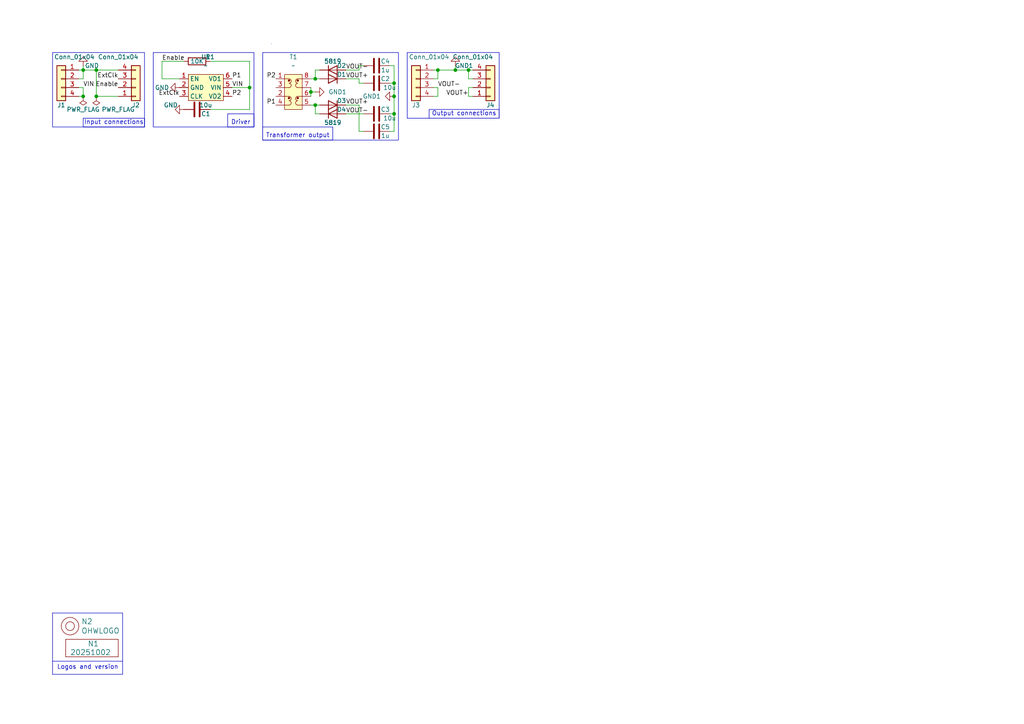
<source format=kicad_sch>
(kicad_sch (version 20250114) (generator "eeschema") (generator_version "9.0")
  (paper "A4")
  (lib_symbols
    (symbol "Connector_Generic:Conn_01x04" (pin_names (offset 1.016) (hide yes))
      (property "Reference" "J" (at 0 5.08 0))
      (property "Value" "Conn_01x04" (at 0 -7.62 0))
      (symbol "Conn_01x04_1_1"
        (rectangle (start -1.27 3.81) (end 1.27 -6.35) (stroke (width 0.254)) (fill (type background)))
        (rectangle (start -1.27 2.667) (end 0 2.413) (stroke (width 0.1524)))
        (rectangle (start -1.27 0.127) (end 0 -0.127) (stroke (width 0.1524)))
        (rectangle (start -1.27 -2.413) (end 0 -2.667) (stroke (width 0.1524)))
        (rectangle (start -1.27 -4.953) (end 0 -5.207) (stroke (width 0.1524)))
        (pin passive line (at -5.08 2.54 0) (length 3.81) (name "Pin_1") (number "1"))
        (pin passive line (at -5.08 0 0) (length 3.81) (name "Pin_2") (number "2"))
        (pin passive line (at -5.08 -2.54 0) (length 3.81) (name "Pin_3") (number "3"))
        (pin passive line (at -5.08 -5.08 0) (length 3.81) (name "Pin_4") (number "4"))
      )
    )
    (symbol "Device:C" (pin_numbers (hide yes)) (pin_names (offset 0.254))
      (property "Reference" "C" (at 0.635 2.54 0))
      (property "Value" "C" (at 0.635 -2.54 0))
      (symbol "C_0_1"
        (polyline (pts (xy -2.032 0.762) (xy 2.032 0.762)) (stroke (width 0.508)))
        (polyline (pts (xy -2.032 -0.762) (xy 2.032 -0.762)) (stroke (width 0.508)))
      )
      (symbol "C_1_1"
        (pin passive line (at 0 3.81 270) (length 2.794) (name "~") (number "1"))
        (pin passive line (at 0 -3.81 90) (length 2.794) (name "~") (number "2"))
      )
    )
    (symbol "Device:D" (pin_numbers (hide yes)) (pin_names (offset 1.016) (hide yes))
      (property "Reference" "D" (at 0 2.54 0))
      (property "Value" "D" (at 0 -2.54 0))
      (symbol "D_0_1"
        (polyline (pts (xy -1.27 1.27) (xy -1.27 -1.27)) (stroke (width 0.254)))
        (polyline (pts (xy 1.27 1.27) (xy 1.27 -1.27) (xy -1.27 0) (xy 1.27 1.27)) (stroke (width 0.254)))
        (polyline (pts (xy 1.27 0) (xy -1.27 0)))
      )
      (symbol "D_1_1"
        (pin passive line (at -3.81 0 0) (length 2.54) (name "K") (number "1"))
        (pin passive line (at 3.81 0 180) (length 2.54) (name "A") (number "2"))
      )
    )
    (symbol "Device:R" (pin_numbers (hide yes)) (pin_names (offset 0))
      (property "Reference" "R" (at 2.032 0 90))
      (property "Value" "R" (at 0 0 90))
      (symbol "R_0_1"
        (rectangle (start -1.016 -2.54) (end 1.016 2.54) (stroke (width 0.254)))
      )
      (symbol "R_1_1"
        (pin passive line (at 0 3.81 270) (length 1.27) (name "~") (number "1"))
        (pin passive line (at 0 -3.81 90) (length 1.27) (name "~") (number "2"))
      )
    )
    (symbol "SquantorLabels:OHWLOGO" (pin_names (offset 1.016))
      (property "Reference" "N" (at 0 3.81 0))
      (property "Value" "OHWLOGO" (at 0 -3.81 0))
      (symbol "OHWLOGO_0_1"
        (circle (center 0 0) (radius 1.27))
        (circle (center 0 0) (radius 2.54))
      )
    )
    (symbol "SquantorLabels:VYYYYMMDD" (pin_names (offset 1.016))
      (property "Reference" "N" (at 0 2.54 0))
      (property "Value" "VYYYYMMDD" (at 0 0 0))
      (symbol "VYYYYMMDD_0_1"
        (rectangle (start 7.62 -1.27) (end -7.62 3.81))
      )
    )
    (symbol "SquantorTransformer:PushPull_8pin" (pin_names (hide yes))
      (property "Reference" "T" (at 0 5.08 0))
      (symbol "PushPull_8pin_0_1"
        (polyline (pts (xy -2.54 -5.08) (xy -1.27 -5.08)))
        (polyline (pts (xy 2.54 -5.08) (xy 1.27 -5.08)))
      )
      (symbol "PushPull_8pin_1_1"
        (rectangle (start -2.54 3.81) (end 2.54 -6.35) (fill (type background)))
        (polyline (pts (xy -2.54 2.54) (xy -1.27 2.54)))
        (polyline (pts (xy -2.54 0) (xy -1.27 0)))
        (polyline (pts (xy -2.54 -2.54) (xy -1.27 -2.54)))
        (circle (center -1.27 2.032) (radius 0.254) (fill (type outline)))
        (arc (start -1.27 2.54) (mid -0.635 1.905) (end -1.27 1.27))
        (arc (start -1.27 1.27) (mid -0.635 0.635) (end -1.27 0))
        (circle (center -1.27 -3.048) (radius 0.254) (fill (type outline)))
        (arc (start -1.27 -2.54) (mid -0.635 -3.175) (end -1.27 -3.81))
        (arc (start -1.27 -3.81) (mid -0.635 -4.445) (end -1.27 -5.08))
        (circle (center 1.27 2.032) (radius 0.254) (fill (type outline)))
        (arc (start 1.27 1.27) (mid 0.635 1.905) (end 1.27 2.54))
        (arc (start 1.27 0) (mid 0.635 0.635) (end 1.27 1.27))
        (circle (center 1.27 -3.048) (radius 0.254) (fill (type outline)))
        (arc (start 1.27 -3.81) (mid 0.635 -3.175) (end 1.27 -2.54))
        (arc (start 1.27 -5.08) (mid 0.635 -4.445) (end 1.27 -3.81))
        (polyline (pts (xy 2.54 2.54) (xy 1.27 2.54)))
        (polyline (pts (xy 2.54 0) (xy 1.27 0)))
        (polyline (pts (xy 2.54 -2.54) (xy 1.27 -2.54)))
        (pin passive line (at -5.08 2.54 0) (length 2.54) (name "N1_1") (number "1"))
        (pin passive line (at -5.08 0 0) (length 2.54) (name "N1_2") (number "3"))
        (pin passive line (at -5.08 -2.54 0) (length 2.54) (name "N2_1") (number "2"))
        (pin passive line (at -5.08 -5.08 0) (length 2.54) (name "N2_2") (number "4"))
        (pin passive line (at 5.08 2.54 180) (length 2.54) (name "N4_!") (number "8"))
        (pin passive line (at 5.08 0 180) (length 2.54) (name "N4_2") (number "7"))
        (pin passive line (at 5.08 -2.54 180) (length 2.54) (name "N3_1") (number "6"))
        (pin passive line (at 5.08 -5.08 180) (length 2.54) (name "N3_2") (number "5"))
      )
    )
    (symbol "SquantorVPSC:VPS8701"
      (property "Reference" "U" (at 0 5.08 0))
      (symbol "VPS8701_1_1"
        (rectangle (start -5.08 3.81) (end 5.08 -3.81) (fill (type background)))
        (pin input line (at -7.62 2.54 0) (length 2.54) (name "EN") (number "1"))
        (pin power_in line (at -7.62 0 0) (length 2.54) (name "GND") (number "2"))
        (pin input line (at -7.62 -2.54 0) (length 2.54) (name "CLK") (number "3"))
        (pin output line (at 7.62 2.54 180) (length 2.54) (name "VD1") (number "6"))
        (pin power_in line (at 7.62 0 180) (length 2.54) (name "VIN") (number "5"))
        (pin output line (at 7.62 -2.54 180) (length 2.54) (name "VD2") (number "4"))
      )
    )
    (symbol "power:GND" (power) (pin_numbers (hide yes)) (pin_names (offset 0) (hide yes))
      (property "Value" "GND" (at 0 -3.81 0))
      (symbol "GND_0_1"
        (polyline (pts (xy 0 0) (xy 0 -1.27) (xy 1.27 -1.27) (xy 0 -2.54) (xy -1.27 -1.27) (xy 0 -1.27)))
      )
      (symbol "GND_1_1"
        (pin power_in line (at 0 0 270) (length 0) (name "~") (number "1"))
      )
    )
    (symbol "power:GND1" (power) (pin_numbers (hide yes)) (pin_names (offset 0) (hide yes))
      (property "Value" "GND1" (at 0 -3.81 0))
      (symbol "GND1_0_1"
        (polyline (pts (xy 0 0) (xy 0 -1.27) (xy 1.27 -1.27) (xy 0 -2.54) (xy -1.27 -1.27) (xy 0 -1.27)))
      )
      (symbol "GND1_1_1"
        (pin power_in line (at 0 0 270) (length 0) (name "~") (number "1"))
      )
    )
    (symbol "power:PWR_FLAG" (power) (pin_numbers (hide yes)) (pin_names (offset 0) (hide yes))
      (property "Value" "PWR_FLAG" (at 0 3.81 0))
      (symbol "PWR_FLAG_0_0"
        (pin power_out line (at 0 0 90) (length 0) (name "~") (number "1"))
      )
      (symbol "PWR_FLAG_0_1"
        (polyline (pts (xy 0 0) (xy 0 1.27) (xy -1.016 1.905) (xy 0 2.54) (xy 1.016 1.905) (xy 0 1.27)))
      )
    )
  )
  (rectangle (start 44.45 15.24) (end 73.66 36.83))
  (rectangle (start 24.13 34.29) (end 41.91 36.83))
  (rectangle (start 76.2 36.83) (end 96.52 40.64))
  (rectangle (start 66.04 33.02) (end 73.66 36.83))
  (rectangle (start 76.2 15.24) (end 115.57 40.64))
  (rectangle (start 124.46 31.75) (end 144.78 34.29))
  (rectangle (start 15.24 15.24) (end 41.91 36.83))
  (rectangle (start 78.74 12.7) (end 78.74 12.7))
  (rectangle (start 118.11 15.24) (end 144.78 34.29))
  (text "Output connections" (at 134.62 33.02 0) (effects (font (size 1.27 1.27))))
  (text "Driver" (at 69.85 35.56 0) (effects (font (size 1.27 1.27))))
  (text "Logos and version" (at 16.51 194.31 0) (effects (font (size 1.27 1.27)) (justify left bottom)))
  (text "Transformer output" (at 86.36 39.37 0) (effects (font (size 1.27 1.27))))
  (text "Input connections" (at 33.02 35.56 0) (effects (font (size 1.27 1.27))))
  (junction (at 27.94 20.32))
  (junction (at 90.17 26.67))
  (junction (at 27.94 27.94))
  (junction (at 24.13 27.94))
  (junction (at 72.39 25.4))
  (junction (at 114.3 24.13))
  (junction (at 135.89 20.32))
  (junction (at 114.3 33.02))
  (junction (at 127 20.32))
  (junction (at 91.44 22.86))
  (junction (at 132.08 20.32))
  (junction (at 91.44 30.48))
  (junction (at 114.3 27.94))
  (junction (at 24.13 20.32))
  (wire (pts (xy 104.14 24.13) (xy 105.41 24.13)))
  (wire (pts (xy 90.17 26.67) (xy 90.17 27.94)))
  (wire (pts (xy 104.14 19.05) (xy 104.14 20.32)))
  (wire (pts (xy 137.16 25.4) (xy 135.89 25.4)))
  (wire (pts (xy 113.03 38.1) (xy 114.3 38.1)))
  (wire (pts (xy 100.33 22.86) (xy 104.14 22.86)))
  (polyline (pts (xy 15.24 177.8) (xy 15.24 195.58)))
  (polyline (pts (xy 35.56 177.8) (xy 15.24 177.8)))
  (wire (pts (xy 135.89 27.94) (xy 137.16 27.94)))
  (wire (pts (xy 127 25.4) (xy 127 27.94)))
  (wire (pts (xy 135.89 22.86) (xy 135.89 20.32)))
  (wire (pts (xy 90.17 25.4) (xy 90.17 26.67)))
  (wire (pts (xy 60.96 31.75) (xy 72.39 31.75)))
  (wire (pts (xy 72.39 25.4) (xy 72.39 17.78)))
  (wire (pts (xy 90.17 22.86) (xy 91.44 22.86)))
  (wire (pts (xy 72.39 31.75) (xy 72.39 25.4)))
  (wire (pts (xy 114.3 24.13) (xy 114.3 27.94)))
  (wire (pts (xy 27.94 27.94) (xy 34.29 27.94)))
  (wire (pts (xy 105.41 19.05) (xy 104.14 19.05)))
  (wire (pts (xy 46.99 17.78) (xy 53.34 17.78)))
  (wire (pts (xy 104.14 38.1) (xy 105.41 38.1)))
  (wire (pts (xy 46.99 22.86) (xy 52.07 22.86)))
  (wire (pts (xy 24.13 20.32) (xy 24.13 22.86)))
  (wire (pts (xy 113.03 19.05) (xy 114.3 19.05)))
  (wire (pts (xy 91.44 22.86) (xy 91.44 20.32)))
  (wire (pts (xy 91.44 22.86) (xy 92.71 22.86)))
  (wire (pts (xy 72.39 17.78) (xy 60.96 17.78)))
  (wire (pts (xy 100.33 33.02) (xy 105.41 33.02)))
  (wire (pts (xy 125.73 20.32) (xy 127 20.32)))
  (wire (pts (xy 91.44 30.48) (xy 92.71 30.48)))
  (wire (pts (xy 27.94 20.32) (xy 27.94 27.94)))
  (wire (pts (xy 67.31 25.4) (xy 72.39 25.4)))
  (wire (pts (xy 22.86 20.32) (xy 24.13 20.32)))
  (wire (pts (xy 132.08 20.32) (xy 135.89 20.32)))
  (wire (pts (xy 113.03 24.13) (xy 114.3 24.13)))
  (wire (pts (xy 92.71 33.02) (xy 91.44 33.02)))
  (wire (pts (xy 137.16 22.86) (xy 135.89 22.86)))
  (wire (pts (xy 135.89 20.32) (xy 137.16 20.32)))
  (wire (pts (xy 114.3 27.94) (xy 114.3 33.02)))
  (wire (pts (xy 22.86 22.86) (xy 24.13 22.86)))
  (wire (pts (xy 113.03 33.02) (xy 114.3 33.02)))
  (wire (pts (xy 24.13 27.94) (xy 24.13 25.4)))
  (wire (pts (xy 24.13 19.05) (xy 24.13 20.32)))
  (wire (pts (xy 91.44 30.48) (xy 91.44 33.02)))
  (wire (pts (xy 24.13 20.32) (xy 27.94 20.32)))
  (wire (pts (xy 22.86 27.94) (xy 24.13 27.94)))
  (polyline (pts (xy 35.56 195.58) (xy 35.56 177.8)))
  (polyline (pts (xy 15.24 195.58) (xy 35.56 195.58)))
  (wire (pts (xy 100.33 20.32) (xy 104.14 20.32)))
  (wire (pts (xy 114.3 19.05) (xy 114.3 24.13)))
  (wire (pts (xy 46.99 17.78) (xy 46.99 22.86)))
  (wire (pts (xy 135.89 25.4) (xy 135.89 27.94)))
  (wire (pts (xy 90.17 26.67) (xy 91.44 26.67)))
  (wire (pts (xy 132.08 20.32) (xy 132.08 19.05)))
  (wire (pts (xy 125.73 27.94) (xy 127 27.94)))
  (wire (pts (xy 100.33 30.48) (xy 104.14 30.48)))
  (wire (pts (xy 104.14 30.48) (xy 104.14 38.1)))
  (wire (pts (xy 104.14 22.86) (xy 104.14 24.13)))
  (wire (pts (xy 125.73 25.4) (xy 127 25.4)))
  (wire (pts (xy 22.86 25.4) (xy 24.13 25.4)))
  (wire (pts (xy 127 20.32) (xy 132.08 20.32)))
  (wire (pts (xy 114.3 38.1) (xy 114.3 33.02)))
  (wire (pts (xy 90.17 30.48) (xy 91.44 30.48)))
  (polyline (pts (xy 15.24 191.77) (xy 35.56 191.77)))
  (wire (pts (xy 125.73 22.86) (xy 127 22.86)))
  (wire (pts (xy 91.44 20.32) (xy 92.71 20.32)))
  (wire (pts (xy 34.29 20.32) (xy 27.94 20.32)))
  (wire (pts (xy 127 22.86) (xy 127 20.32)))
  (label "ExtClk" (at 34.29 22.86 180))
  (label "VIN" (at 24.13 25.4 0))
  (label "P2" (at 80.01 22.86 180))
  (label "VIN" (at 67.31 25.4 0))
  (label "ExtClk" (at 52.07 27.94 180))
  (label "P1" (at 67.31 22.86 0))
  (label "P1" (at 80.01 30.48 180))
  (label "VOUT+" (at 135.89 27.94 180))
  (label "Enable" (at 46.99 17.78 0))
  (label "P2" (at 67.31 27.94 0))
  (label "VOUT-" (at 100.33 33.02 0))
  (label "VOUT+" (at 100.33 30.48 0))
  (label "VOUT+" (at 100.33 22.86 0))
  (label "VOUT-" (at 127 25.4 0))
  (label "Enable" (at 34.29 25.4 180))
  (label "VOUT-" (at 100.33 20.32 0))
  (symbol (lib_id "SquantorLabels:VYYYYMMDD") (at 26.67 189.23 0) (unit 1)
    (property "Reference" "N1" (at 25.4 186.69 0) (effects (font (size 1.524 1.524)) (justify left)))
    (property "Value" "20251002" (at 20.32 189.23 0) (effects (font (size 1.524 1.524)) (justify left)))
    (property "Footprint" "SquantorLabels:Label_Generic" (effects (hide yes)))
  )
  (symbol (lib_id "SquantorLabels:OHWLOGO") (at 20.32 181.61 0) (unit 1)
    (property "Reference" "N2" (at 23.5712 180.2638 0) (effects (font (size 1.524 1.524)) (justify left)))
    (property "Value" "OHWLOGO" (at 23.5712 182.9562 0) (effects (font (size 1.524 1.524)) (justify left)))
    (property "Footprint" "Symbol:OSHW-Symbol_6.7x6mm_SilkScreen" (effects (hide yes)))
  )
  (symbol (lib_id "power:GND") (at 52.07 25.4 270) (unit 1)
    (property "Reference" "#PWR03" (effects (hide yes)))
    (property "Value" "GND" (at 46.99 25.4 90))
    (property "Description" "Power symbol creates a global label with name \"GND\" , ground" (effects (hide yes)))
  )
  (symbol (lib_id "SquantorTransformer:PushPull_8pin") (at 85.09 25.4 0) (unit 1)
    (property "Reference" "T1" (at 85.09 16.51 0))
    (property "Value" "~" (at 85.09 19.05 0))
    (property "Footprint" "SquantorVPSC:T_2W_8pin_hand" (effects (hide yes)))
  )
  (symbol (lib_id "power:GND") (at 24.13 19.05 180) (unit 1)
    (property "Reference" "#PWR01" (effects (hide yes)))
    (property "Value" "GND" (at 26.67 19.05 0))
    (property "Description" "Power symbol creates a global label with name \"GND\" , ground" (effects (hide yes)))
  )
  (symbol (lib_id "Device:D") (at 96.52 22.86 180) (unit 1)
    (property "Reference" "D1" (at 99.06 21.59 0))
    (property "Value" "5819" (at 96.52 17.78 0))
    (property "Footprint" "SquantorDiodes:SOD-323HE-shikues" (effects (hide yes)))
    (property "Description" "Diode" (effects (hide yes)))
    (property "Sim.Device" "D" (effects (hide yes)))
    (property "Sim.Pins" "1=K 2=A" (effects (hide yes)))
  )
  (symbol (lib_id "Device:R") (at 57.15 17.78 90) (unit 1)
    (property "Reference" "R1" (at 60.96 16.51 90))
    (property "Value" "10K" (at 57.15 17.78 90))
    (property "Footprint" "SquantorResistor:R_0603_hand" (effects (hide yes)))
    (property "Description" "Resistor" (effects (hide yes)))
  )
  (symbol (lib_id "Connector_Generic:Conn_01x04") (at 142.24 25.4 0) (mirror x) (unit 1)
    (property "Reference" "J4" (at 142.24 30.48 0))
    (property "Value" "Conn_01x04" (at 137.16 16.51 0))
    (property "Footprint" "SquantorConnectors:Header-0254-1X04-H010" (effects (hide yes)))
    (property "Description" "Generic connector, single row, 01x04, script generated (kicad-library-utils/schlib/autogen/connector/)" (effects (hide yes)))
  )
  (symbol (lib_id "Connector_Generic:Conn_01x04") (at 120.65 22.86 0) (mirror y) (unit 1)
    (property "Reference" "J3" (at 120.65 30.48 0))
    (property "Value" "Conn_01x04" (at 124.46 16.51 0))
    (property "Footprint" "SquantorConnectors:Header-0254-1X04-H010" (effects (hide yes)))
    (property "Description" "Generic connector, single row, 01x04, script generated (kicad-library-utils/schlib/autogen/connector/)" (effects (hide yes)))
  )
  (symbol (lib_id "power:GND1") (at 91.44 26.67 90) (unit 1)
    (property "Reference" "#PWR04" (effects (hide yes)))
    (property "Value" "GND1" (at 95.25 26.6699 90) (effects (justify right)))
    (property "Description" "Power symbol creates a global label with name \"GND1\" , ground" (effects (hide yes)))
  )
  (symbol (lib_id "power:GND1") (at 132.08 19.05 0) (mirror x) (unit 1)
    (property "Reference" "#PWR06" (effects (hide yes)))
    (property "Value" "GND1" (at 134.62 19.05 0))
    (property "Description" "Power symbol creates a global label with name \"GND1\" , ground" (effects (hide yes)))
  )
  (symbol (lib_id "Device:D") (at 96.52 20.32 0) (unit 1)
    (property "Reference" "D2" (at 99.06 19.05 0))
    (property "Value" "5819" (at 96.52 17.78 0))
    (property "Footprint" "SquantorDiodes:SOD-323HE-shikues" (effects (hide yes)))
    (property "Description" "Diode" (effects (hide yes)))
    (property "Sim.Device" "D" (effects (hide yes)))
    (property "Sim.Pins" "1=K 2=A" (effects (hide yes)))
  )
  (symbol (lib_id "Device:D") (at 96.52 33.02 0) (unit 1)
    (property "Reference" "D4" (at 99.06 31.75 0))
    (property "Value" "5819" (at 96.52 35.56 0))
    (property "Footprint" "SquantorDiodes:SOD-323HE-shikues" (effects (hide yes)))
    (property "Description" "Diode" (effects (hide yes)))
    (property "Sim.Device" "D" (effects (hide yes)))
    (property "Sim.Pins" "1=K 2=A" (effects (hide yes)))
  )
  (symbol (lib_id "power:GND1") (at 114.3 27.94 270) (unit 1)
    (property "Reference" "#PWR05" (effects (hide yes)))
    (property "Value" "GND1" (at 110.49 27.9399 90) (effects (justify right)))
    (property "Description" "Power symbol creates a global label with name \"GND1\" , ground" (effects (hide yes)))
  )
  (symbol (lib_id "Device:C") (at 109.22 38.1 90) (unit 1)
    (property "Reference" "C5" (at 111.76 36.83 90))
    (property "Value" "1u" (at 111.76 39.37 90))
    (property "Footprint" "SquantorCapacitor:C_0603" (effects (hide yes)))
    (property "Description" "Unpolarized capacitor" (effects (hide yes)))
  )
  (symbol (lib_id "Device:C") (at 109.22 24.13 90) (unit 1)
    (property "Reference" "C2" (at 111.76 22.86 90))
    (property "Value" "10u" (at 113.03 25.4 90))
    (property "Footprint" "SquantorCapacitor:C_1206_0805" (effects (hide yes)))
    (property "Description" "Unpolarized capacitor" (effects (hide yes)))
  )
  (symbol (lib_id "Device:D") (at 96.52 30.48 180) (unit 1)
    (property "Reference" "D3" (at 99.06 29.21 0))
    (property "Value" "5819" (at 96.52 35.56 0))
    (property "Footprint" "SquantorDiodes:SOD-323HE-shikues" (effects (hide yes)))
    (property "Description" "Diode" (effects (hide yes)))
    (property "Sim.Device" "D" (effects (hide yes)))
    (property "Sim.Pins" "1=K 2=A" (effects (hide yes)))
  )
  (symbol (lib_id "power:PWR_FLAG") (at 27.94 27.94 180) (unit 1)
    (property "Reference" "#FLG01" (effects (hide yes)))
    (property "Value" "PWR_FLAG" (at 34.29 31.75 0))
    (property "Description" "Special symbol for telling ERC where power comes from" (effects (hide yes)))
  )
  (symbol (lib_id "Device:C") (at 109.22 33.02 90) (unit 1)
    (property "Reference" "C3" (at 111.76 31.75 90))
    (property "Value" "10u" (at 113.03 34.29 90))
    (property "Footprint" "SquantorCapacitor:C_1206_0805" (effects (hide yes)))
    (property "Description" "Unpolarized capacitor" (effects (hide yes)))
  )
  (symbol (lib_id "power:PWR_FLAG") (at 24.13 27.94 0) (mirror x) (unit 1)
    (property "Reference" "#FLG02" (effects (hide yes)))
    (property "Value" "PWR_FLAG" (at 24.13 31.75 0))
    (property "Description" "Special symbol for telling ERC where power comes from" (effects (hide yes)))
  )
  (symbol (lib_id "power:GND") (at 53.34 31.75 270) (unit 1)
    (property "Reference" "#PWR02" (effects (hide yes)))
    (property "Value" "GND" (at 49.53 30.48 90))
    (property "Description" "Power symbol creates a global label with name \"GND\" , ground" (effects (hide yes)))
  )
  (symbol (lib_id "SquantorVPSC:VPS8701") (at 59.69 25.4 0) (unit 1)
    (property "Reference" "U1" (at 59.69 16.51 0))
    (property "Value" "~" (at 59.69 19.05 0))
  )
  (symbol (lib_id "Device:C") (at 109.22 19.05 90) (unit 1)
    (property "Reference" "C4" (at 111.76 17.78 90))
    (property "Value" "1u" (at 111.76 20.32 90))
    (property "Footprint" "SquantorCapacitor:C_0603" (effects (hide yes)))
    (property "Description" "Unpolarized capacitor" (effects (hide yes)))
  )
  (symbol (lib_id "Connector_Generic:Conn_01x04") (at 39.37 25.4 0) (mirror x) (unit 1)
    (property "Reference" "J2" (at 39.37 30.48 0))
    (property "Value" "Conn_01x04" (at 34.29 16.51 0))
    (property "Footprint" "SquantorConnectors:Header-0254-1X04-H010" (effects (hide yes)))
    (property "Description" "Generic connector, single row, 01x04, script generated (kicad-library-utils/schlib/autogen/connector/)" (effects (hide yes)))
  )
  (symbol (lib_id "Connector_Generic:Conn_01x04") (at 17.78 22.86 0) (mirror y) (unit 1)
    (property "Reference" "J1" (at 17.78 30.48 0))
    (property "Value" "Conn_01x04" (at 21.59 16.51 0))
    (property "Footprint" "SquantorConnectors:Header-0254-1X04-H010" (effects (hide yes)))
    (property "Description" "Generic connector, single row, 01x04, script generated (kicad-library-utils/schlib/autogen/connector/)" (effects (hide yes)))
  )
  (symbol (lib_id "Device:C") (at 57.15 31.75 90) (unit 1)
    (property "Reference" "C1" (at 59.69 33.02 90))
    (property "Value" "10u" (at 59.69 30.48 90))
    (property "Footprint" "SquantorCapacitor:C_1206_0805" (effects (hide yes)))
    (property "Description" "Unpolarized capacitor" (effects (hide yes)))
  )
)
</source>
